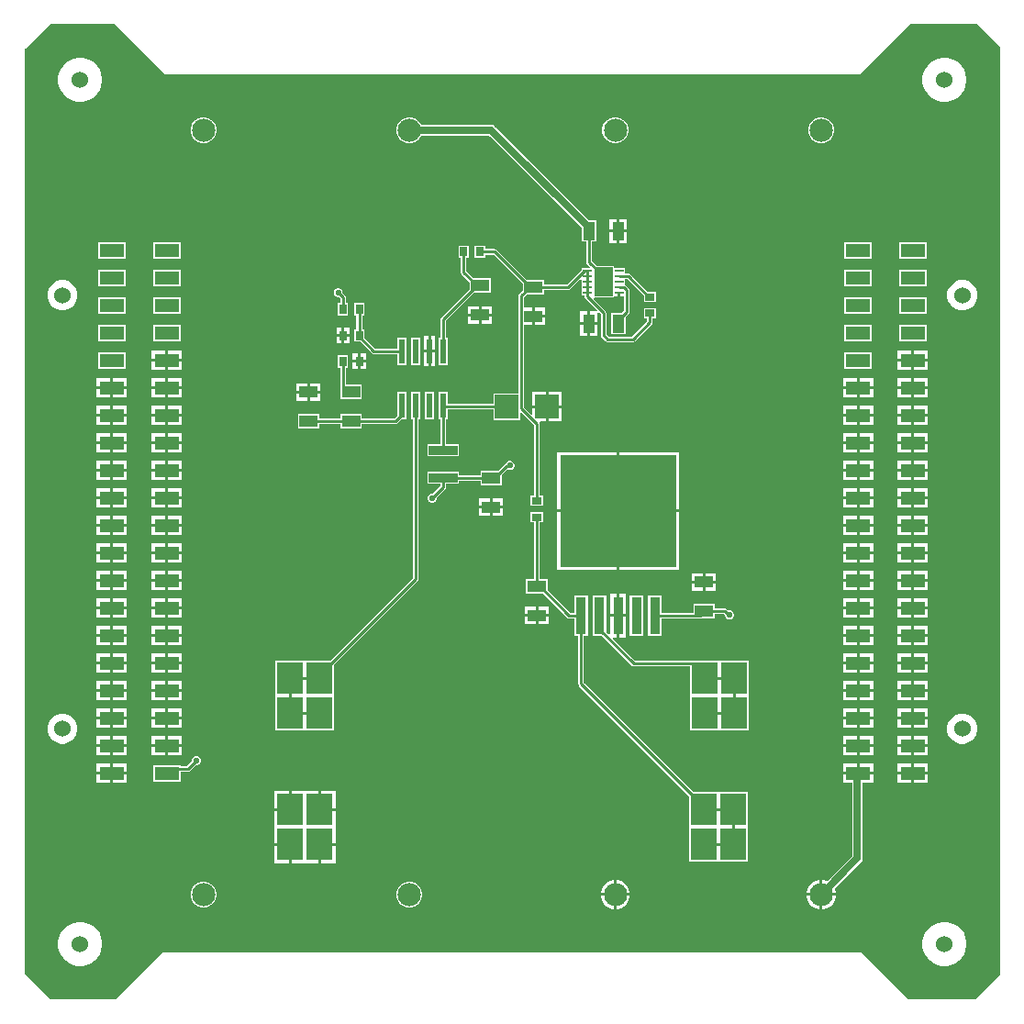
<source format=gbl>
G04*
G04 #@! TF.GenerationSoftware,Altium Limited,Altium Designer,22.9.1 (49)*
G04*
G04 Layer_Physical_Order=2*
G04 Layer_Color=16711680*
%FSLAX25Y25*%
%MOIN*%
G70*
G04*
G04 #@! TF.SameCoordinates,80F2EAEC-CDE7-43A4-84F7-7BEF4F4580BA*
G04*
G04*
G04 #@! TF.FilePolarity,Positive*
G04*
G01*
G75*
%ADD12C,0.01000*%
%ADD19R,0.02756X0.03543*%
%ADD21C,0.02800*%
%ADD22C,0.08445*%
%ADD23C,0.06000*%
%ADD24C,0.02300*%
%ADD25R,0.06693X0.04331*%
%ADD26R,0.09016X0.05000*%
%ADD27R,0.09646X0.11614*%
%ADD28R,0.02100X0.09000*%
%ADD29R,0.03543X0.02756*%
%ADD30R,0.04331X0.06693*%
%ADD31R,0.10600X0.03350*%
%ADD32R,0.08584X0.08701*%
%ADD33R,0.03200X0.01000*%
%ADD34R,0.42200X0.40800*%
%ADD35R,0.03800X0.13800*%
%ADD36R,0.06900X0.10630*%
G36*
X24590Y-8280D02*
Y-345359D01*
X15612Y-354338D01*
X-8601D01*
X-25801Y-337138D01*
X-279401D01*
Y-337138D01*
X-296601Y-354338D01*
X-296601Y-354337D01*
X-320333D01*
X-329853Y-344817D01*
X-329806Y-344770D01*
Y-9030D01*
X-329362D01*
X-320322Y11D01*
X-320311Y-0D01*
X-296938D01*
X-278601Y-18337D01*
X-26520D01*
X-8165Y17D01*
X16292D01*
X24590Y-8280D01*
D02*
G37*
%LPC*%
G36*
X5173Y-12200D02*
X3597D01*
X2051Y-12507D01*
X595Y-13111D01*
X-715Y-13986D01*
X-1829Y-15100D01*
X-2705Y-16411D01*
X-3308Y-17867D01*
X-3615Y-19412D01*
Y-20988D01*
X-3308Y-22534D01*
X-2705Y-23990D01*
X-1829Y-25300D01*
X-715Y-26414D01*
X595Y-27290D01*
X2051Y-27893D01*
X3597Y-28200D01*
X5173D01*
X6718Y-27893D01*
X8174Y-27290D01*
X9485Y-26414D01*
X10599Y-25300D01*
X11474Y-23990D01*
X12077Y-22534D01*
X12385Y-20988D01*
Y-19412D01*
X12077Y-17867D01*
X11474Y-16411D01*
X10599Y-15100D01*
X9485Y-13986D01*
X8174Y-13111D01*
X6718Y-12507D01*
X5173Y-12200D01*
D02*
G37*
G36*
X-308814D02*
X-310390D01*
X-311936Y-12507D01*
X-313392Y-13111D01*
X-314702Y-13986D01*
X-315816Y-15100D01*
X-316692Y-16411D01*
X-317295Y-17867D01*
X-317602Y-19412D01*
Y-20988D01*
X-317295Y-22534D01*
X-316692Y-23990D01*
X-315816Y-25300D01*
X-314702Y-26414D01*
X-313392Y-27290D01*
X-311936Y-27893D01*
X-310390Y-28200D01*
X-308814D01*
X-307269Y-27893D01*
X-305813Y-27290D01*
X-304503Y-26414D01*
X-303388Y-25300D01*
X-302513Y-23990D01*
X-301910Y-22534D01*
X-301602Y-20988D01*
Y-19412D01*
X-301910Y-17867D01*
X-302513Y-16411D01*
X-303388Y-15100D01*
X-304503Y-13986D01*
X-305813Y-13111D01*
X-307269Y-12507D01*
X-308814Y-12200D01*
D02*
G37*
G36*
X-39772Y-33758D02*
X-41016D01*
X-42217Y-34080D01*
X-43293Y-34701D01*
X-44173Y-35581D01*
X-44794Y-36657D01*
X-45116Y-37858D01*
Y-39102D01*
X-44794Y-40303D01*
X-44173Y-41380D01*
X-43293Y-42259D01*
X-42217Y-42881D01*
X-41016Y-43203D01*
X-39772D01*
X-38571Y-42881D01*
X-37494Y-42259D01*
X-36615Y-41380D01*
X-35993Y-40303D01*
X-35671Y-39102D01*
Y-37858D01*
X-35993Y-36657D01*
X-36615Y-35581D01*
X-37494Y-34701D01*
X-38571Y-34080D01*
X-39772Y-33758D01*
D02*
G37*
G36*
X-114575D02*
X-115819D01*
X-117020Y-34080D01*
X-118097Y-34701D01*
X-118976Y-35581D01*
X-119598Y-36657D01*
X-119919Y-37858D01*
Y-39102D01*
X-119598Y-40303D01*
X-118976Y-41380D01*
X-118097Y-42259D01*
X-117020Y-42881D01*
X-115819Y-43203D01*
X-114575D01*
X-113374Y-42881D01*
X-112297Y-42259D01*
X-111418Y-41380D01*
X-110796Y-40303D01*
X-110475Y-39102D01*
Y-37858D01*
X-110796Y-36657D01*
X-111418Y-35581D01*
X-112297Y-34701D01*
X-113374Y-34080D01*
X-114575Y-33758D01*
D02*
G37*
G36*
X-264182D02*
X-265425D01*
X-266626Y-34080D01*
X-267703Y-34701D01*
X-268582Y-35581D01*
X-269204Y-36657D01*
X-269526Y-37858D01*
Y-39102D01*
X-269204Y-40303D01*
X-268582Y-41380D01*
X-267703Y-42259D01*
X-266626Y-42881D01*
X-265425Y-43203D01*
X-264182D01*
X-262981Y-42881D01*
X-261904Y-42259D01*
X-261024Y-41380D01*
X-260403Y-40303D01*
X-260081Y-39102D01*
Y-37858D01*
X-260403Y-36657D01*
X-261024Y-35581D01*
X-261904Y-34701D01*
X-262981Y-34080D01*
X-264182Y-33758D01*
D02*
G37*
G36*
X-111049Y-70732D02*
X-113714D01*
Y-74578D01*
X-111049D01*
Y-70732D01*
D02*
G37*
G36*
X-114714D02*
X-117380D01*
Y-74578D01*
X-114714D01*
Y-70732D01*
D02*
G37*
G36*
X-111049Y-75578D02*
X-113714D01*
Y-79425D01*
X-111049D01*
Y-75578D01*
D02*
G37*
G36*
X-114714D02*
X-117380D01*
Y-79425D01*
X-114714D01*
Y-75578D01*
D02*
G37*
G36*
X-2147Y-79170D02*
X-12163D01*
Y-85170D01*
X-2147D01*
Y-79170D01*
D02*
G37*
G36*
X-22029D02*
X-32045D01*
Y-85170D01*
X-22029D01*
Y-79170D01*
D02*
G37*
G36*
X-273174D02*
X-283189D01*
Y-85170D01*
X-273174D01*
Y-79170D01*
D02*
G37*
G36*
X-293056D02*
X-303071D01*
Y-85170D01*
X-293056D01*
Y-79170D01*
D02*
G37*
G36*
X-189378Y-33758D02*
X-190622D01*
X-191823Y-34080D01*
X-192900Y-34701D01*
X-193779Y-35581D01*
X-194401Y-36657D01*
X-194723Y-37858D01*
Y-39102D01*
X-194401Y-40303D01*
X-193779Y-41380D01*
X-192900Y-42259D01*
X-191823Y-42881D01*
X-190622Y-43203D01*
X-189378D01*
X-188177Y-42881D01*
X-187101Y-42259D01*
X-186221Y-41380D01*
X-185666Y-40417D01*
X-161064D01*
X-127510Y-73971D01*
Y-78925D01*
X-125864D01*
Y-86367D01*
X-125786Y-86757D01*
X-125565Y-87088D01*
X-124506Y-88147D01*
X-124697Y-88609D01*
X-125231D01*
X-125329Y-88589D01*
X-126429D01*
X-126528Y-88609D01*
X-127429D01*
Y-89167D01*
X-132758Y-94496D01*
X-141155D01*
Y-92850D01*
X-147405D01*
X-158277Y-81978D01*
X-158608Y-81757D01*
X-158998Y-81680D01*
X-162470D01*
Y-80428D01*
X-166226D01*
Y-84971D01*
X-162470D01*
Y-83719D01*
X-159420D01*
X-148847Y-94292D01*
Y-96739D01*
X-150068Y-97960D01*
X-150289Y-98291D01*
X-150367Y-98681D01*
Y-134069D01*
X-159385D01*
Y-137900D01*
X-176151D01*
Y-133526D01*
X-179251D01*
Y-143526D01*
X-178720D01*
Y-152612D01*
X-183501D01*
Y-156962D01*
X-171901D01*
Y-152612D01*
X-176681D01*
Y-143526D01*
X-176151D01*
Y-139939D01*
X-159385D01*
Y-143770D01*
X-149801D01*
Y-141240D01*
X-149339Y-141048D01*
X-144720Y-145667D01*
Y-171259D01*
X-145973D01*
Y-175015D01*
X-141429D01*
Y-171259D01*
X-142681D01*
Y-145245D01*
X-142759Y-144854D01*
X-142815Y-144770D01*
X-142548Y-144270D01*
X-140469D01*
Y-139419D01*
X-145262D01*
Y-141589D01*
X-145723Y-141780D01*
X-148281Y-139222D01*
Y-134155D01*
X-148328Y-133921D01*
Y-109311D01*
X-145501D01*
Y-106145D01*
Y-102980D01*
X-148328D01*
Y-99103D01*
X-147405Y-98181D01*
X-141155D01*
Y-96535D01*
X-132336D01*
X-131946Y-96457D01*
X-131615Y-96236D01*
X-127910Y-92532D01*
X-127429Y-92758D01*
Y-94547D01*
Y-98485D01*
X-126349D01*
Y-98967D01*
X-126271Y-99358D01*
X-126050Y-99688D01*
X-121881Y-103858D01*
X-122088Y-104358D01*
X-124344D01*
Y-108204D01*
X-121679D01*
Y-104767D01*
X-121179Y-104560D01*
X-120549Y-105190D01*
Y-112903D01*
X-120471Y-113293D01*
X-120250Y-113624D01*
X-118737Y-115137D01*
X-118406Y-115358D01*
X-118016Y-115436D01*
X-108680D01*
X-108290Y-115358D01*
X-107959Y-115137D01*
X-101880Y-109058D01*
X-101659Y-108728D01*
X-101581Y-108337D01*
Y-106842D01*
X-100329D01*
Y-103086D01*
X-104873D01*
Y-106842D01*
X-103621D01*
Y-107915D01*
X-109102Y-113397D01*
X-117593D01*
X-118510Y-112480D01*
Y-104767D01*
X-118587Y-104377D01*
X-118808Y-104046D01*
X-122993Y-99862D01*
X-122786Y-99362D01*
X-115579D01*
Y-98985D01*
X-114229D01*
Y-97485D01*
X-113229D01*
Y-98985D01*
X-112149D01*
Y-104016D01*
X-112991Y-104858D01*
X-116880D01*
Y-112551D01*
X-111549D01*
Y-106300D01*
X-110408Y-105159D01*
X-110187Y-104828D01*
X-110110Y-104438D01*
Y-96571D01*
X-110187Y-96180D01*
X-110408Y-95850D01*
X-111463Y-94795D01*
X-111629Y-94684D01*
Y-92598D01*
X-110898D01*
X-104873Y-98623D01*
Y-100937D01*
X-100329D01*
Y-97181D01*
X-103431D01*
X-109755Y-90857D01*
X-110085Y-90636D01*
X-110475Y-90558D01*
X-111629D01*
Y-88609D01*
X-115579D01*
Y-87732D01*
X-122037D01*
X-123825Y-85945D01*
Y-78925D01*
X-122179D01*
Y-71232D01*
X-124770D01*
X-158891Y-37110D01*
X-159520Y-36690D01*
X-160261Y-36543D01*
X-185666D01*
X-186221Y-35581D01*
X-187101Y-34701D01*
X-188177Y-34080D01*
X-189378Y-33758D01*
D02*
G37*
G36*
X-2147Y-89170D02*
X-12163D01*
Y-95170D01*
X-2147D01*
Y-89170D01*
D02*
G37*
G36*
X-22029D02*
X-32045D01*
Y-95170D01*
X-22029D01*
Y-89170D01*
D02*
G37*
G36*
X-273174D02*
X-283189D01*
Y-95170D01*
X-273174D01*
Y-89170D01*
D02*
G37*
G36*
X-293056D02*
X-303071D01*
Y-95170D01*
X-293056D01*
Y-89170D01*
D02*
G37*
G36*
X11541Y-92950D02*
X10106D01*
X8720Y-93322D01*
X7477Y-94039D01*
X6462Y-95054D01*
X5745Y-96297D01*
X5373Y-97683D01*
Y-99118D01*
X5745Y-100504D01*
X6462Y-101746D01*
X7477Y-102761D01*
X8720Y-103479D01*
X10106Y-103850D01*
X11541D01*
X12927Y-103479D01*
X14170Y-102761D01*
X15184Y-101746D01*
X15902Y-100504D01*
X16273Y-99118D01*
Y-97683D01*
X15902Y-96297D01*
X15184Y-95054D01*
X14170Y-94039D01*
X12927Y-93322D01*
X11541Y-92950D01*
D02*
G37*
G36*
X-315323D02*
X-316758D01*
X-318144Y-93322D01*
X-319387Y-94039D01*
X-320402Y-95054D01*
X-321119Y-96297D01*
X-321491Y-97683D01*
Y-99118D01*
X-321119Y-100504D01*
X-320402Y-101746D01*
X-319387Y-102761D01*
X-318144Y-103479D01*
X-316758Y-103850D01*
X-315323D01*
X-313937Y-103479D01*
X-312695Y-102761D01*
X-311680Y-101746D01*
X-310962Y-100504D01*
X-310591Y-99118D01*
Y-97683D01*
X-310962Y-96297D01*
X-311680Y-95054D01*
X-312695Y-94039D01*
X-313937Y-93322D01*
X-315323Y-92950D01*
D02*
G37*
G36*
X-160002Y-102389D02*
X-163848D01*
Y-105055D01*
X-160002D01*
Y-102389D01*
D02*
G37*
G36*
X-164848D02*
X-168695D01*
Y-105055D01*
X-164848D01*
Y-102389D01*
D02*
G37*
G36*
X-2147Y-99170D02*
X-12163D01*
Y-105170D01*
X-2147D01*
Y-99170D01*
D02*
G37*
G36*
X-22029D02*
X-32045D01*
Y-105170D01*
X-22029D01*
Y-99170D01*
D02*
G37*
G36*
X-273174D02*
X-283189D01*
Y-105170D01*
X-273174D01*
Y-99170D01*
D02*
G37*
G36*
X-293056D02*
X-303071D01*
Y-105170D01*
X-293056D01*
Y-99170D01*
D02*
G37*
G36*
X-140655Y-102980D02*
X-144501D01*
Y-105645D01*
X-140655D01*
Y-102980D01*
D02*
G37*
G36*
X-215551Y-95835D02*
X-216208D01*
X-216814Y-96086D01*
X-217279Y-96550D01*
X-217530Y-97157D01*
Y-97813D01*
X-217279Y-98420D01*
X-216814Y-98884D01*
X-216208Y-99135D01*
X-215672D01*
X-215128Y-99679D01*
Y-101315D01*
X-215986D01*
Y-105858D01*
X-212230D01*
Y-101315D01*
X-213088D01*
Y-99257D01*
X-213166Y-98866D01*
X-213387Y-98536D01*
X-214230Y-97693D01*
Y-97157D01*
X-214481Y-96550D01*
X-214945Y-96086D01*
X-215551Y-95835D01*
D02*
G37*
G36*
X-125344Y-104358D02*
X-128010D01*
Y-108204D01*
X-125344D01*
Y-104358D01*
D02*
G37*
G36*
X-160002Y-106055D02*
X-163848D01*
Y-108720D01*
X-160002D01*
Y-106055D01*
D02*
G37*
G36*
X-164848D02*
X-168695D01*
Y-108720D01*
X-164848D01*
Y-106055D01*
D02*
G37*
G36*
X-140655Y-106645D02*
X-144501D01*
Y-109311D01*
X-140655D01*
Y-106645D01*
D02*
G37*
G36*
X-211730Y-110267D02*
X-213608D01*
Y-112538D01*
X-211730D01*
Y-110267D01*
D02*
G37*
G36*
X-214608D02*
X-216486D01*
Y-112538D01*
X-214608D01*
Y-110267D01*
D02*
G37*
G36*
X-121679Y-109204D02*
X-124344D01*
Y-113051D01*
X-121679D01*
Y-109204D01*
D02*
G37*
G36*
X-125344D02*
X-128010D01*
Y-113051D01*
X-125344D01*
Y-109204D01*
D02*
G37*
G36*
X-2147Y-109170D02*
X-12163D01*
Y-115170D01*
X-2147D01*
Y-109170D01*
D02*
G37*
G36*
X-22029D02*
X-32045D01*
Y-115170D01*
X-22029D01*
Y-109170D01*
D02*
G37*
G36*
X-273174D02*
X-283189D01*
Y-115170D01*
X-273174D01*
Y-109170D01*
D02*
G37*
G36*
X-293056D02*
X-303071D01*
Y-115170D01*
X-293056D01*
Y-109170D01*
D02*
G37*
G36*
X-211730Y-113538D02*
X-213608D01*
Y-115810D01*
X-211730D01*
Y-113538D01*
D02*
G37*
G36*
X-214608D02*
X-216486D01*
Y-115810D01*
X-214608D01*
Y-113538D01*
D02*
G37*
G36*
X-180651Y-113226D02*
X-182201D01*
Y-118226D01*
X-180651D01*
Y-113226D01*
D02*
G37*
G36*
X-183201D02*
X-184751D01*
Y-118226D01*
X-183201D01*
Y-113226D01*
D02*
G37*
G36*
X-1647Y-118670D02*
X-6655D01*
Y-121670D01*
X-1647D01*
Y-118670D01*
D02*
G37*
G36*
X-7655D02*
X-12663D01*
Y-121670D01*
X-7655D01*
Y-118670D01*
D02*
G37*
G36*
X-272674D02*
X-277681D01*
Y-121670D01*
X-272674D01*
Y-118670D01*
D02*
G37*
G36*
X-278681D02*
X-283689D01*
Y-121670D01*
X-278681D01*
Y-118670D01*
D02*
G37*
G36*
X-205824Y-119666D02*
X-207702D01*
Y-121937D01*
X-205824D01*
Y-119666D01*
D02*
G37*
G36*
X-208702D02*
X-210580D01*
Y-121937D01*
X-208702D01*
Y-119666D01*
D02*
G37*
G36*
X-168376Y-80428D02*
X-172132D01*
Y-84971D01*
X-171273D01*
Y-90200D01*
X-171196Y-90591D01*
X-170975Y-90921D01*
X-168195Y-93701D01*
Y-96148D01*
X-178422Y-106376D01*
X-178643Y-106706D01*
X-178720Y-107097D01*
Y-113726D01*
X-179251D01*
Y-123726D01*
X-176151D01*
Y-113726D01*
X-176681D01*
Y-107519D01*
X-166753Y-97590D01*
X-160502D01*
Y-92260D01*
X-166753D01*
X-169234Y-89778D01*
Y-84971D01*
X-168376D01*
Y-80428D01*
D02*
G37*
G36*
X-186151Y-113726D02*
X-189251D01*
Y-123726D01*
X-186151D01*
Y-113726D01*
D02*
G37*
G36*
X-206325Y-101315D02*
X-210080D01*
Y-105858D01*
X-209222D01*
Y-110767D01*
X-210080D01*
Y-115310D01*
X-207766D01*
X-203630Y-119447D01*
X-203299Y-119667D01*
X-202909Y-119745D01*
X-194251D01*
Y-123726D01*
X-191151D01*
Y-113726D01*
X-194251D01*
Y-117706D01*
X-202487D01*
X-206325Y-113868D01*
Y-110767D01*
X-207183D01*
Y-105858D01*
X-206325D01*
Y-101315D01*
D02*
G37*
G36*
X-180651Y-119226D02*
X-182201D01*
Y-124226D01*
X-180651D01*
Y-119226D01*
D02*
G37*
G36*
X-183201D02*
X-184751D01*
Y-124226D01*
X-183201D01*
Y-119226D01*
D02*
G37*
G36*
X-22029Y-119170D02*
X-32045D01*
Y-125170D01*
X-22029D01*
Y-119170D01*
D02*
G37*
G36*
X-293056D02*
X-303071D01*
Y-125170D01*
X-293056D01*
Y-119170D01*
D02*
G37*
G36*
X-205824Y-122937D02*
X-207702D01*
Y-125209D01*
X-205824D01*
Y-122937D01*
D02*
G37*
G36*
X-208702D02*
X-210580D01*
Y-125209D01*
X-208702D01*
Y-122937D01*
D02*
G37*
G36*
X-1647Y-122670D02*
X-6655D01*
Y-125670D01*
X-1647D01*
Y-122670D01*
D02*
G37*
G36*
X-7655D02*
X-12663D01*
Y-125670D01*
X-7655D01*
Y-122670D01*
D02*
G37*
G36*
X-272674Y-122670D02*
X-277681D01*
Y-125670D01*
X-272674D01*
Y-122670D01*
D02*
G37*
G36*
X-278681D02*
X-283689D01*
Y-125670D01*
X-278681D01*
Y-122670D01*
D02*
G37*
G36*
X-292555Y-128670D02*
X-297563D01*
Y-131670D01*
X-292555D01*
Y-128670D01*
D02*
G37*
G36*
X-298563D02*
X-303571D01*
Y-131670D01*
X-298563D01*
Y-128670D01*
D02*
G37*
G36*
X-1647D02*
X-6655D01*
Y-131670D01*
X-1647D01*
Y-128670D01*
D02*
G37*
G36*
X-7655D02*
X-12663D01*
Y-131670D01*
X-7655D01*
Y-128670D01*
D02*
G37*
G36*
X-272674D02*
X-277681D01*
Y-131670D01*
X-272674D01*
Y-128670D01*
D02*
G37*
G36*
X-278681D02*
X-283689D01*
Y-131670D01*
X-278681D01*
Y-128670D01*
D02*
G37*
G36*
X-21529D02*
X-26537D01*
Y-131670D01*
X-21529D01*
Y-128670D01*
D02*
G37*
G36*
X-27537D02*
X-32545D01*
Y-131670D01*
X-27537D01*
Y-128670D01*
D02*
G37*
G36*
X-222355Y-130439D02*
X-226201D01*
Y-133104D01*
X-222355D01*
Y-130439D01*
D02*
G37*
G36*
X-227201D02*
X-231047D01*
Y-133104D01*
X-227201D01*
Y-130439D01*
D02*
G37*
G36*
X-1647Y-132670D02*
X-6655D01*
Y-135670D01*
X-1647D01*
Y-132670D01*
D02*
G37*
G36*
X-7655D02*
X-12663D01*
Y-135670D01*
X-7655D01*
Y-132670D01*
D02*
G37*
G36*
X-21529Y-132670D02*
X-26537D01*
Y-135670D01*
X-21529D01*
Y-132670D01*
D02*
G37*
G36*
X-27537D02*
X-32545D01*
Y-135670D01*
X-27537D01*
Y-132670D01*
D02*
G37*
G36*
X-272674Y-132670D02*
X-277681D01*
Y-135670D01*
X-272674D01*
Y-132670D01*
D02*
G37*
G36*
X-278681D02*
X-283689D01*
Y-135670D01*
X-278681D01*
Y-132670D01*
D02*
G37*
G36*
X-292555Y-132670D02*
X-297563D01*
Y-135670D01*
X-292555D01*
Y-132670D01*
D02*
G37*
G36*
X-298563D02*
X-303571D01*
Y-135670D01*
X-298563D01*
Y-132670D01*
D02*
G37*
G36*
X-212230Y-120166D02*
X-215986D01*
Y-124709D01*
X-215128D01*
Y-131833D01*
X-215050Y-132223D01*
X-215002Y-132295D01*
Y-136270D01*
X-207309D01*
Y-130939D01*
X-213088D01*
Y-124709D01*
X-212230D01*
Y-120166D01*
D02*
G37*
G36*
X-222355Y-134104D02*
X-226201D01*
Y-136770D01*
X-222355D01*
Y-134104D01*
D02*
G37*
G36*
X-227201D02*
X-231047D01*
Y-136770D01*
X-227201D01*
Y-134104D01*
D02*
G37*
G36*
X-134677Y-133569D02*
X-139469D01*
Y-138419D01*
X-134677D01*
Y-133569D01*
D02*
G37*
G36*
X-140469D02*
X-145262D01*
Y-138419D01*
X-140469D01*
Y-133569D01*
D02*
G37*
G36*
X-292555Y-138670D02*
X-297563D01*
Y-141670D01*
X-292555D01*
Y-138670D01*
D02*
G37*
G36*
X-298563D02*
X-303571D01*
Y-141670D01*
X-298563D01*
Y-138670D01*
D02*
G37*
G36*
X-1647D02*
X-6655D01*
Y-141670D01*
X-1647D01*
Y-138670D01*
D02*
G37*
G36*
X-7655D02*
X-12663D01*
Y-141670D01*
X-7655D01*
Y-138670D01*
D02*
G37*
G36*
X-272674D02*
X-277681D01*
Y-141670D01*
X-272674D01*
Y-138670D01*
D02*
G37*
G36*
X-278681D02*
X-283689D01*
Y-141670D01*
X-278681D01*
Y-138670D01*
D02*
G37*
G36*
X-21529D02*
X-26537D01*
Y-141670D01*
X-21529D01*
Y-138670D01*
D02*
G37*
G36*
X-27537D02*
X-32545D01*
Y-141670D01*
X-27537D01*
Y-138670D01*
D02*
G37*
G36*
X-191151Y-133526D02*
X-194251D01*
Y-142084D01*
X-195382Y-143215D01*
X-207309D01*
Y-141569D01*
X-215002D01*
Y-143215D01*
X-222854D01*
Y-141569D01*
X-230547D01*
Y-146900D01*
X-222854D01*
Y-145254D01*
X-215002D01*
Y-146900D01*
X-207309D01*
Y-145254D01*
X-194960D01*
X-194569Y-145176D01*
X-194239Y-144955D01*
X-192809Y-143526D01*
X-191151D01*
Y-133526D01*
D02*
G37*
G36*
X-181151D02*
X-184251D01*
Y-143526D01*
X-181151D01*
Y-133526D01*
D02*
G37*
G36*
X-134677Y-139419D02*
X-139469D01*
Y-144270D01*
X-134677D01*
Y-139419D01*
D02*
G37*
G36*
X-1647Y-142670D02*
X-6655D01*
Y-145670D01*
X-1647D01*
Y-142670D01*
D02*
G37*
G36*
X-7655D02*
X-12663D01*
Y-145670D01*
X-7655D01*
Y-142670D01*
D02*
G37*
G36*
X-21529Y-142670D02*
X-26537D01*
Y-145670D01*
X-21529D01*
Y-142670D01*
D02*
G37*
G36*
X-27537D02*
X-32545D01*
Y-145670D01*
X-27537D01*
Y-142670D01*
D02*
G37*
G36*
X-272674Y-142670D02*
X-277681D01*
Y-145670D01*
X-272674D01*
Y-142670D01*
D02*
G37*
G36*
X-278681D02*
X-283689D01*
Y-145670D01*
X-278681D01*
Y-142670D01*
D02*
G37*
G36*
X-292555Y-142670D02*
X-297563D01*
Y-145670D01*
X-292555D01*
Y-142670D01*
D02*
G37*
G36*
X-298563D02*
X-303571D01*
Y-145670D01*
X-298563D01*
Y-142670D01*
D02*
G37*
G36*
X-292555Y-148670D02*
X-297563D01*
Y-151670D01*
X-292555D01*
Y-148670D01*
D02*
G37*
G36*
X-298563D02*
X-303571D01*
Y-151670D01*
X-298563D01*
Y-148670D01*
D02*
G37*
G36*
X-1647D02*
X-6655D01*
Y-151670D01*
X-1647D01*
Y-148670D01*
D02*
G37*
G36*
X-7655D02*
X-12663D01*
Y-151670D01*
X-7655D01*
Y-148670D01*
D02*
G37*
G36*
X-272674D02*
X-277681D01*
Y-151670D01*
X-272674D01*
Y-148670D01*
D02*
G37*
G36*
X-278681D02*
X-283689D01*
Y-151670D01*
X-278681D01*
Y-148670D01*
D02*
G37*
G36*
X-21529D02*
X-26537D01*
Y-151670D01*
X-21529D01*
Y-148670D01*
D02*
G37*
G36*
X-27537D02*
X-32545D01*
Y-151670D01*
X-27537D01*
Y-148670D01*
D02*
G37*
G36*
X-1647Y-152670D02*
X-6655D01*
Y-155670D01*
X-1647D01*
Y-152670D01*
D02*
G37*
G36*
X-7655D02*
X-12663D01*
Y-155670D01*
X-7655D01*
Y-152670D01*
D02*
G37*
G36*
X-21529Y-152670D02*
X-26537D01*
Y-155670D01*
X-21529D01*
Y-152670D01*
D02*
G37*
G36*
X-27537D02*
X-32545D01*
Y-155670D01*
X-27537D01*
Y-152670D01*
D02*
G37*
G36*
X-272674Y-152670D02*
X-277681D01*
Y-155670D01*
X-272674D01*
Y-152670D01*
D02*
G37*
G36*
X-278681D02*
X-283689D01*
Y-155670D01*
X-278681D01*
Y-152670D01*
D02*
G37*
G36*
X-292555Y-152670D02*
X-297563D01*
Y-155670D01*
X-292555D01*
Y-152670D01*
D02*
G37*
G36*
X-298563D02*
X-303571D01*
Y-155670D01*
X-298563D01*
Y-152670D01*
D02*
G37*
G36*
X-292555Y-158670D02*
X-297563D01*
Y-161670D01*
X-292555D01*
Y-158670D01*
D02*
G37*
G36*
X-298563D02*
X-303571D01*
Y-161670D01*
X-298563D01*
Y-158670D01*
D02*
G37*
G36*
X-1647D02*
X-6655D01*
Y-161670D01*
X-1647D01*
Y-158670D01*
D02*
G37*
G36*
X-7655D02*
X-12663D01*
Y-161670D01*
X-7655D01*
Y-158670D01*
D02*
G37*
G36*
X-272674D02*
X-277681D01*
Y-161670D01*
X-272674D01*
Y-158670D01*
D02*
G37*
G36*
X-278681D02*
X-283689D01*
Y-161670D01*
X-278681D01*
Y-158670D01*
D02*
G37*
G36*
X-21529D02*
X-26537D01*
Y-161670D01*
X-21529D01*
Y-158670D01*
D02*
G37*
G36*
X-27537D02*
X-32545D01*
Y-161670D01*
X-27537D01*
Y-158670D01*
D02*
G37*
G36*
X-153173Y-158687D02*
X-153829D01*
X-154436Y-158939D01*
X-154900Y-159403D01*
X-154957Y-159541D01*
X-155186Y-159587D01*
X-155516Y-159808D01*
X-157881Y-162172D01*
X-164132D01*
Y-163818D01*
X-171901D01*
Y-162662D01*
X-183501D01*
Y-167012D01*
X-178720D01*
Y-167648D01*
X-181543Y-170471D01*
X-182079D01*
X-182686Y-170722D01*
X-183150Y-171186D01*
X-183401Y-171793D01*
Y-172449D01*
X-183150Y-173056D01*
X-182686Y-173520D01*
X-182079Y-173771D01*
X-181423D01*
X-180816Y-173520D01*
X-180352Y-173056D01*
X-180101Y-172449D01*
Y-171913D01*
X-176980Y-168792D01*
X-176759Y-168461D01*
X-176681Y-168071D01*
Y-167012D01*
X-171901D01*
Y-165857D01*
X-164132D01*
Y-167503D01*
X-156439D01*
Y-163614D01*
X-154498Y-161673D01*
X-154436Y-161736D01*
X-153829Y-161987D01*
X-153173D01*
X-152566Y-161736D01*
X-152102Y-161272D01*
X-151851Y-160666D01*
Y-160009D01*
X-152102Y-159403D01*
X-152566Y-158939D01*
X-153173Y-158687D01*
D02*
G37*
G36*
X-1647Y-162670D02*
X-6655D01*
Y-165670D01*
X-1647D01*
Y-162670D01*
D02*
G37*
G36*
X-7655D02*
X-12663D01*
Y-165670D01*
X-7655D01*
Y-162670D01*
D02*
G37*
G36*
X-21529Y-162670D02*
X-26537D01*
Y-165670D01*
X-21529D01*
Y-162670D01*
D02*
G37*
G36*
X-27537D02*
X-32545D01*
Y-165670D01*
X-27537D01*
Y-162670D01*
D02*
G37*
G36*
X-272674Y-162670D02*
X-277681D01*
Y-165670D01*
X-272674D01*
Y-162670D01*
D02*
G37*
G36*
X-278681D02*
X-283689D01*
Y-165670D01*
X-278681D01*
Y-162670D01*
D02*
G37*
G36*
X-292555Y-162670D02*
X-297563D01*
Y-165670D01*
X-292555D01*
Y-162670D01*
D02*
G37*
G36*
X-298563D02*
X-303571D01*
Y-165670D01*
X-298563D01*
Y-162670D01*
D02*
G37*
G36*
X-292555Y-168670D02*
X-297563D01*
Y-171670D01*
X-292555D01*
Y-168670D01*
D02*
G37*
G36*
X-298563D02*
X-303571D01*
Y-171670D01*
X-298563D01*
Y-168670D01*
D02*
G37*
G36*
X-1647D02*
X-6655D01*
Y-171670D01*
X-1647D01*
Y-168670D01*
D02*
G37*
G36*
X-7655D02*
X-12663D01*
Y-171670D01*
X-7655D01*
Y-168670D01*
D02*
G37*
G36*
X-272674D02*
X-277681D01*
Y-171670D01*
X-272674D01*
Y-168670D01*
D02*
G37*
G36*
X-278681D02*
X-283689D01*
Y-171670D01*
X-278681D01*
Y-168670D01*
D02*
G37*
G36*
X-21529D02*
X-26537D01*
Y-171670D01*
X-21529D01*
Y-168670D01*
D02*
G37*
G36*
X-27537D02*
X-32545D01*
Y-171670D01*
X-27537D01*
Y-168670D01*
D02*
G37*
G36*
X-155939Y-172302D02*
X-159785D01*
Y-174967D01*
X-155939D01*
Y-172302D01*
D02*
G37*
G36*
X-160785D02*
X-164632D01*
Y-174967D01*
X-160785D01*
Y-172302D01*
D02*
G37*
G36*
X-1647Y-172670D02*
X-6655D01*
Y-175670D01*
X-1647D01*
Y-172670D01*
D02*
G37*
G36*
X-7655D02*
X-12663D01*
Y-175670D01*
X-7655D01*
Y-172670D01*
D02*
G37*
G36*
X-21529Y-172670D02*
X-26537D01*
Y-175670D01*
X-21529D01*
Y-172670D01*
D02*
G37*
G36*
X-27537D02*
X-32545D01*
Y-175670D01*
X-27537D01*
Y-172670D01*
D02*
G37*
G36*
X-272674Y-172670D02*
X-277681D01*
Y-175670D01*
X-272674D01*
Y-172670D01*
D02*
G37*
G36*
X-278681D02*
X-283689D01*
Y-175670D01*
X-278681D01*
Y-172670D01*
D02*
G37*
G36*
X-292555Y-172670D02*
X-297563D01*
Y-175670D01*
X-292555D01*
Y-172670D01*
D02*
G37*
G36*
X-298563D02*
X-303571D01*
Y-175670D01*
X-298563D01*
Y-172670D01*
D02*
G37*
G36*
X-92114Y-155445D02*
X-113714D01*
Y-176345D01*
X-92114D01*
Y-155445D01*
D02*
G37*
G36*
X-114714D02*
X-136314D01*
Y-176345D01*
X-114714D01*
Y-155445D01*
D02*
G37*
G36*
X-155939Y-175967D02*
X-159785D01*
Y-178633D01*
X-155939D01*
Y-175967D01*
D02*
G37*
G36*
X-160785D02*
X-164632D01*
Y-178633D01*
X-160785D01*
Y-175967D01*
D02*
G37*
G36*
X-292555Y-178670D02*
X-297563D01*
Y-181670D01*
X-292555D01*
Y-178670D01*
D02*
G37*
G36*
X-298563D02*
X-303571D01*
Y-181670D01*
X-298563D01*
Y-178670D01*
D02*
G37*
G36*
X-1647D02*
X-6655D01*
Y-181670D01*
X-1647D01*
Y-178670D01*
D02*
G37*
G36*
X-7655D02*
X-12663D01*
Y-181670D01*
X-7655D01*
Y-178670D01*
D02*
G37*
G36*
X-272674D02*
X-277681D01*
Y-181670D01*
X-272674D01*
Y-178670D01*
D02*
G37*
G36*
X-278681D02*
X-283689D01*
Y-181670D01*
X-278681D01*
Y-178670D01*
D02*
G37*
G36*
X-21529D02*
X-26537D01*
Y-181670D01*
X-21529D01*
Y-178670D01*
D02*
G37*
G36*
X-27537D02*
X-32545D01*
Y-181670D01*
X-27537D01*
Y-178670D01*
D02*
G37*
G36*
X-1647Y-182670D02*
X-6655D01*
Y-185670D01*
X-1647D01*
Y-182670D01*
D02*
G37*
G36*
X-7655D02*
X-12663D01*
Y-185670D01*
X-7655D01*
Y-182670D01*
D02*
G37*
G36*
X-21529Y-182670D02*
X-26537D01*
Y-185670D01*
X-21529D01*
Y-182670D01*
D02*
G37*
G36*
X-27537D02*
X-32545D01*
Y-185670D01*
X-27537D01*
Y-182670D01*
D02*
G37*
G36*
X-272674Y-182670D02*
X-277681D01*
Y-185670D01*
X-272674D01*
Y-182670D01*
D02*
G37*
G36*
X-278681D02*
X-283689D01*
Y-185670D01*
X-278681D01*
Y-182670D01*
D02*
G37*
G36*
X-292555Y-182670D02*
X-297563D01*
Y-185670D01*
X-292555D01*
Y-182670D01*
D02*
G37*
G36*
X-298563D02*
X-303571D01*
Y-185670D01*
X-298563D01*
Y-182670D01*
D02*
G37*
G36*
X-292555Y-188670D02*
X-297563D01*
Y-191670D01*
X-292555D01*
Y-188670D01*
D02*
G37*
G36*
X-298563D02*
X-303571D01*
Y-191670D01*
X-298563D01*
Y-188670D01*
D02*
G37*
G36*
X-1647D02*
X-6655D01*
Y-191670D01*
X-1647D01*
Y-188670D01*
D02*
G37*
G36*
X-7655D02*
X-12663D01*
Y-191670D01*
X-7655D01*
Y-188670D01*
D02*
G37*
G36*
X-272674D02*
X-277681D01*
Y-191670D01*
X-272674D01*
Y-188670D01*
D02*
G37*
G36*
X-278681D02*
X-283689D01*
Y-191670D01*
X-278681D01*
Y-188670D01*
D02*
G37*
G36*
X-21529D02*
X-26537D01*
Y-191670D01*
X-21529D01*
Y-188670D01*
D02*
G37*
G36*
X-27537D02*
X-32545D01*
Y-191670D01*
X-27537D01*
Y-188670D01*
D02*
G37*
G36*
X-1647Y-192670D02*
X-6655D01*
Y-195670D01*
X-1647D01*
Y-192670D01*
D02*
G37*
G36*
X-7655D02*
X-12663D01*
Y-195670D01*
X-7655D01*
Y-192670D01*
D02*
G37*
G36*
X-21529Y-192670D02*
X-26537D01*
Y-195670D01*
X-21529D01*
Y-192670D01*
D02*
G37*
G36*
X-27537D02*
X-32545D01*
Y-195670D01*
X-27537D01*
Y-192670D01*
D02*
G37*
G36*
X-272674Y-192670D02*
X-277681D01*
Y-195670D01*
X-272674D01*
Y-192670D01*
D02*
G37*
G36*
X-278681D02*
X-283689D01*
Y-195670D01*
X-278681D01*
Y-192670D01*
D02*
G37*
G36*
X-292555Y-192670D02*
X-297563D01*
Y-195670D01*
X-292555D01*
Y-192670D01*
D02*
G37*
G36*
X-298563D02*
X-303571D01*
Y-195670D01*
X-298563D01*
Y-192670D01*
D02*
G37*
G36*
X-92114Y-177345D02*
X-113714D01*
Y-198245D01*
X-92114D01*
Y-177345D01*
D02*
G37*
G36*
X-114714D02*
X-136314D01*
Y-198245D01*
X-114714D01*
Y-177345D01*
D02*
G37*
G36*
X-292555Y-198670D02*
X-297563D01*
Y-201670D01*
X-292555D01*
Y-198670D01*
D02*
G37*
G36*
X-298563D02*
X-303571D01*
Y-201670D01*
X-298563D01*
Y-198670D01*
D02*
G37*
G36*
X-1647D02*
X-6655D01*
Y-201670D01*
X-1647D01*
Y-198670D01*
D02*
G37*
G36*
X-7655D02*
X-12663D01*
Y-201670D01*
X-7655D01*
Y-198670D01*
D02*
G37*
G36*
X-272674D02*
X-277681D01*
Y-201670D01*
X-272674D01*
Y-198670D01*
D02*
G37*
G36*
X-278681D02*
X-283689D01*
Y-201670D01*
X-278681D01*
Y-198670D01*
D02*
G37*
G36*
X-21529D02*
X-26537D01*
Y-201670D01*
X-21529D01*
Y-198670D01*
D02*
G37*
G36*
X-27537D02*
X-32545D01*
Y-201670D01*
X-27537D01*
Y-198670D01*
D02*
G37*
G36*
X-78569Y-199472D02*
X-82416D01*
Y-202137D01*
X-78569D01*
Y-199472D01*
D02*
G37*
G36*
X-83416D02*
X-87262D01*
Y-202137D01*
X-83416D01*
Y-199472D01*
D02*
G37*
G36*
X-1647Y-202670D02*
X-6655D01*
Y-205670D01*
X-1647D01*
Y-202670D01*
D02*
G37*
G36*
X-7655D02*
X-12663D01*
Y-205670D01*
X-7655D01*
Y-202670D01*
D02*
G37*
G36*
X-21529Y-202670D02*
X-26537D01*
Y-205670D01*
X-21529D01*
Y-202670D01*
D02*
G37*
G36*
X-27537D02*
X-32545D01*
Y-205670D01*
X-27537D01*
Y-202670D01*
D02*
G37*
G36*
X-272674Y-202670D02*
X-277681D01*
Y-205670D01*
X-272674D01*
Y-202670D01*
D02*
G37*
G36*
X-278681D02*
X-283689D01*
Y-205670D01*
X-278681D01*
Y-202670D01*
D02*
G37*
G36*
X-292555Y-202670D02*
X-297563D01*
Y-205670D01*
X-292555D01*
Y-202670D01*
D02*
G37*
G36*
X-298563D02*
X-303571D01*
Y-205670D01*
X-298563D01*
Y-202670D01*
D02*
G37*
G36*
X-78569Y-203137D02*
X-82416D01*
Y-205803D01*
X-78569D01*
Y-203137D01*
D02*
G37*
G36*
X-83416D02*
X-87262D01*
Y-205803D01*
X-83416D01*
Y-203137D01*
D02*
G37*
G36*
X-292555Y-208670D02*
X-297563D01*
Y-211670D01*
X-292555D01*
Y-208670D01*
D02*
G37*
G36*
X-298563D02*
X-303571D01*
Y-211670D01*
X-298563D01*
Y-208670D01*
D02*
G37*
G36*
X-1647D02*
X-6655D01*
Y-211670D01*
X-1647D01*
Y-208670D01*
D02*
G37*
G36*
X-7655D02*
X-12663D01*
Y-211670D01*
X-7655D01*
Y-208670D01*
D02*
G37*
G36*
X-272674D02*
X-277681D01*
Y-211670D01*
X-272674D01*
Y-208670D01*
D02*
G37*
G36*
X-278681D02*
X-283689D01*
Y-211670D01*
X-278681D01*
Y-208670D01*
D02*
G37*
G36*
X-21529D02*
X-26537D01*
Y-211670D01*
X-21529D01*
Y-208670D01*
D02*
G37*
G36*
X-27537D02*
X-32545D01*
Y-211670D01*
X-27537D01*
Y-208670D01*
D02*
G37*
G36*
X-139359Y-211677D02*
X-143206D01*
Y-214342D01*
X-139359D01*
Y-211677D01*
D02*
G37*
G36*
X-144206D02*
X-148052D01*
Y-214342D01*
X-144206D01*
Y-211677D01*
D02*
G37*
G36*
X-111314Y-206945D02*
X-113714D01*
Y-214345D01*
X-111314D01*
Y-206945D01*
D02*
G37*
G36*
X-114714D02*
X-117114D01*
Y-214345D01*
X-114714D01*
Y-206945D01*
D02*
G37*
G36*
X-1647Y-212670D02*
X-6655D01*
Y-215670D01*
X-1647D01*
Y-212670D01*
D02*
G37*
G36*
X-7655D02*
X-12663D01*
Y-215670D01*
X-7655D01*
Y-212670D01*
D02*
G37*
G36*
X-21529Y-212670D02*
X-26537D01*
Y-215670D01*
X-21529D01*
Y-212670D01*
D02*
G37*
G36*
X-27537D02*
X-32545D01*
Y-215670D01*
X-27537D01*
Y-212670D01*
D02*
G37*
G36*
X-272674Y-212670D02*
X-277681D01*
Y-215670D01*
X-272674D01*
Y-212670D01*
D02*
G37*
G36*
X-278681D02*
X-283689D01*
Y-215670D01*
X-278681D01*
Y-212670D01*
D02*
G37*
G36*
X-292555Y-212670D02*
X-297563D01*
Y-215670D01*
X-292555D01*
Y-212670D01*
D02*
G37*
G36*
X-298563D02*
X-303571D01*
Y-215670D01*
X-298563D01*
Y-212670D01*
D02*
G37*
G36*
X-98428Y-207445D02*
X-103228D01*
Y-222245D01*
X-98428D01*
Y-215865D01*
X-86762D01*
Y-215933D01*
X-79069D01*
Y-214287D01*
X-75872D01*
X-75451Y-214708D01*
Y-214973D01*
X-75200Y-215580D01*
X-74736Y-216044D01*
X-74129Y-216295D01*
X-73473D01*
X-72866Y-216044D01*
X-72402Y-215580D01*
X-72151Y-214973D01*
Y-214317D01*
X-72402Y-213711D01*
X-72866Y-213246D01*
X-73473Y-212995D01*
X-74129D01*
X-74235Y-213039D01*
X-74729Y-212546D01*
X-75059Y-212325D01*
X-75450Y-212248D01*
X-79069D01*
Y-210602D01*
X-86762D01*
Y-213826D01*
X-98428D01*
Y-207445D01*
D02*
G37*
G36*
X-139359Y-215342D02*
X-143206D01*
Y-218007D01*
X-139359D01*
Y-215342D01*
D02*
G37*
G36*
X-144206D02*
X-148052D01*
Y-218007D01*
X-144206D01*
Y-215342D01*
D02*
G37*
G36*
X-292555Y-218670D02*
X-297563D01*
Y-221670D01*
X-292555D01*
Y-218670D01*
D02*
G37*
G36*
X-298563D02*
X-303571D01*
Y-221670D01*
X-298563D01*
Y-218670D01*
D02*
G37*
G36*
X-1647D02*
X-6655D01*
Y-221670D01*
X-1647D01*
Y-218670D01*
D02*
G37*
G36*
X-7655D02*
X-12663D01*
Y-221670D01*
X-7655D01*
Y-218670D01*
D02*
G37*
G36*
X-272674D02*
X-277681D01*
Y-221670D01*
X-272674D01*
Y-218670D01*
D02*
G37*
G36*
X-278681D02*
X-283689D01*
Y-221670D01*
X-278681D01*
Y-218670D01*
D02*
G37*
G36*
X-21529D02*
X-26537D01*
Y-221670D01*
X-21529D01*
Y-218670D01*
D02*
G37*
G36*
X-27537D02*
X-32545D01*
Y-221670D01*
X-27537D01*
Y-218670D01*
D02*
G37*
G36*
X-105121Y-207445D02*
X-109921D01*
Y-222245D01*
X-105121D01*
Y-207445D01*
D02*
G37*
G36*
X-111314Y-215345D02*
X-113714D01*
Y-222745D01*
X-111314D01*
Y-215345D01*
D02*
G37*
G36*
X-1647Y-222670D02*
X-6655D01*
Y-225670D01*
X-1647D01*
Y-222670D01*
D02*
G37*
G36*
X-7655D02*
X-12663D01*
Y-225670D01*
X-7655D01*
Y-222670D01*
D02*
G37*
G36*
X-21529Y-222670D02*
X-26537D01*
Y-225670D01*
X-21529D01*
Y-222670D01*
D02*
G37*
G36*
X-27537D02*
X-32545D01*
Y-225670D01*
X-27537D01*
Y-222670D01*
D02*
G37*
G36*
X-272674Y-222670D02*
X-277681D01*
Y-225670D01*
X-272674D01*
Y-222670D01*
D02*
G37*
G36*
X-278681D02*
X-283689D01*
Y-225670D01*
X-278681D01*
Y-222670D01*
D02*
G37*
G36*
X-292555Y-222670D02*
X-297563D01*
Y-225670D01*
X-292555D01*
Y-222670D01*
D02*
G37*
G36*
X-298563D02*
X-303571D01*
Y-225670D01*
X-298563D01*
Y-222670D01*
D02*
G37*
G36*
X-292555Y-228670D02*
X-297563D01*
Y-231670D01*
X-292555D01*
Y-228670D01*
D02*
G37*
G36*
X-298563D02*
X-303571D01*
Y-231670D01*
X-298563D01*
Y-228670D01*
D02*
G37*
G36*
X-1647D02*
X-6655D01*
Y-231670D01*
X-1647D01*
Y-228670D01*
D02*
G37*
G36*
X-7655D02*
X-12663D01*
Y-231670D01*
X-7655D01*
Y-228670D01*
D02*
G37*
G36*
X-272674D02*
X-277681D01*
Y-231670D01*
X-272674D01*
Y-228670D01*
D02*
G37*
G36*
X-278681D02*
X-283689D01*
Y-231670D01*
X-278681D01*
Y-228670D01*
D02*
G37*
G36*
X-21529D02*
X-26537D01*
Y-231670D01*
X-21529D01*
Y-228670D01*
D02*
G37*
G36*
X-27537D02*
X-32545D01*
Y-231670D01*
X-27537D01*
Y-228670D01*
D02*
G37*
G36*
X-1647Y-232670D02*
X-6655D01*
Y-235670D01*
X-1647D01*
Y-232670D01*
D02*
G37*
G36*
X-7655D02*
X-12663D01*
Y-235670D01*
X-7655D01*
Y-232670D01*
D02*
G37*
G36*
X-21529Y-232670D02*
X-26537D01*
Y-235670D01*
X-21529D01*
Y-232670D01*
D02*
G37*
G36*
X-27537D02*
X-32545D01*
Y-235670D01*
X-27537D01*
Y-232670D01*
D02*
G37*
G36*
X-272674Y-232670D02*
X-277681D01*
Y-235670D01*
X-272674D01*
Y-232670D01*
D02*
G37*
G36*
X-278681D02*
X-283689D01*
Y-235670D01*
X-278681D01*
Y-232670D01*
D02*
G37*
G36*
X-292555Y-232670D02*
X-297563D01*
Y-235670D01*
X-292555D01*
Y-232670D01*
D02*
G37*
G36*
X-298563D02*
X-303571D01*
Y-235670D01*
X-298563D01*
Y-232670D01*
D02*
G37*
G36*
X-292555Y-238670D02*
X-297563D01*
Y-241670D01*
X-292555D01*
Y-238670D01*
D02*
G37*
G36*
X-298563D02*
X-303571D01*
Y-241670D01*
X-298563D01*
Y-238670D01*
D02*
G37*
G36*
X-1647D02*
X-6655D01*
Y-241670D01*
X-1647D01*
Y-238670D01*
D02*
G37*
G36*
X-7655D02*
X-12663D01*
Y-241670D01*
X-7655D01*
Y-238670D01*
D02*
G37*
G36*
X-272674D02*
X-277681D01*
Y-241670D01*
X-272674D01*
Y-238670D01*
D02*
G37*
G36*
X-278681D02*
X-283689D01*
Y-241670D01*
X-278681D01*
Y-238670D01*
D02*
G37*
G36*
X-21529D02*
X-26537D01*
Y-241670D01*
X-21529D01*
Y-238670D01*
D02*
G37*
G36*
X-27537D02*
X-32545D01*
Y-241670D01*
X-27537D01*
Y-238670D01*
D02*
G37*
G36*
X-1647Y-242670D02*
X-6655D01*
Y-245670D01*
X-1647D01*
Y-242670D01*
D02*
G37*
G36*
X-7655D02*
X-12663D01*
Y-245670D01*
X-7655D01*
Y-242670D01*
D02*
G37*
G36*
X-21529Y-242670D02*
X-26537D01*
Y-245670D01*
X-21529D01*
Y-242670D01*
D02*
G37*
G36*
X-27537D02*
X-32545D01*
Y-245670D01*
X-27537D01*
Y-242670D01*
D02*
G37*
G36*
X-272674Y-242670D02*
X-277681D01*
Y-245670D01*
X-272674D01*
Y-242670D01*
D02*
G37*
G36*
X-278681D02*
X-283689D01*
Y-245670D01*
X-278681D01*
Y-242670D01*
D02*
G37*
G36*
X-292555Y-242670D02*
X-297563D01*
Y-245670D01*
X-292555D01*
Y-242670D01*
D02*
G37*
G36*
X-298563D02*
X-303571D01*
Y-245670D01*
X-298563D01*
Y-242670D01*
D02*
G37*
G36*
X-292555Y-248670D02*
X-297563D01*
Y-251670D01*
X-292555D01*
Y-248670D01*
D02*
G37*
G36*
X-298563D02*
X-303571D01*
Y-251670D01*
X-298563D01*
Y-248670D01*
D02*
G37*
G36*
X-1647D02*
X-6655D01*
Y-251670D01*
X-1647D01*
Y-248670D01*
D02*
G37*
G36*
X-7655D02*
X-12663D01*
Y-251670D01*
X-7655D01*
Y-248670D01*
D02*
G37*
G36*
X-272674D02*
X-277681D01*
Y-251670D01*
X-272674D01*
Y-248670D01*
D02*
G37*
G36*
X-278681D02*
X-283689D01*
Y-251670D01*
X-278681D01*
Y-248670D01*
D02*
G37*
G36*
X-21529D02*
X-26537D01*
Y-251670D01*
X-21529D01*
Y-248670D01*
D02*
G37*
G36*
X-27537D02*
X-32545D01*
Y-251670D01*
X-27537D01*
Y-248670D01*
D02*
G37*
G36*
X-1647Y-252670D02*
X-6655D01*
Y-255670D01*
X-1647D01*
Y-252670D01*
D02*
G37*
G36*
X-7655D02*
X-12663D01*
Y-255670D01*
X-7655D01*
Y-252670D01*
D02*
G37*
G36*
X-21529Y-252670D02*
X-26537D01*
Y-255670D01*
X-21529D01*
Y-252670D01*
D02*
G37*
G36*
X-27537D02*
X-32545D01*
Y-255670D01*
X-27537D01*
Y-252670D01*
D02*
G37*
G36*
X-272674Y-252670D02*
X-277681D01*
Y-255670D01*
X-272674D01*
Y-252670D01*
D02*
G37*
G36*
X-278681D02*
X-283689D01*
Y-255670D01*
X-278681D01*
Y-252670D01*
D02*
G37*
G36*
X-292555Y-252670D02*
X-297563D01*
Y-255670D01*
X-292555D01*
Y-252670D01*
D02*
G37*
G36*
X-298563D02*
X-303571D01*
Y-255670D01*
X-298563D01*
Y-252670D01*
D02*
G37*
G36*
X-118507Y-207445D02*
X-123307D01*
Y-222245D01*
X-119949D01*
X-109242Y-232952D01*
X-108912Y-233173D01*
X-108521Y-233251D01*
X-88079D01*
Y-243845D01*
Y-256444D01*
X-66803D01*
Y-243845D01*
Y-231231D01*
X-86980D01*
X-87079Y-231211D01*
X-108099D01*
X-116103Y-223207D01*
X-115912Y-222745D01*
X-114714D01*
Y-215345D01*
X-117114D01*
Y-221543D01*
X-117576Y-221734D01*
X-118507Y-220803D01*
Y-207445D01*
D02*
G37*
G36*
X-186151Y-133526D02*
X-189251D01*
Y-143526D01*
X-188721D01*
Y-201147D01*
X-218805Y-231231D01*
X-238639D01*
Y-243845D01*
Y-256444D01*
X-217363D01*
Y-243845D01*
Y-232673D01*
X-186980Y-202290D01*
X-186759Y-201959D01*
X-186681Y-201569D01*
Y-143526D01*
X-186151D01*
Y-133526D01*
D02*
G37*
G36*
X11541Y-250487D02*
X10106D01*
X8720Y-250859D01*
X7477Y-251576D01*
X6462Y-252591D01*
X5745Y-253834D01*
X5373Y-255220D01*
Y-256655D01*
X5745Y-258041D01*
X6462Y-259284D01*
X7477Y-260299D01*
X8720Y-261016D01*
X10106Y-261387D01*
X11541D01*
X12927Y-261016D01*
X14170Y-260299D01*
X15184Y-259284D01*
X15902Y-258041D01*
X16273Y-256655D01*
Y-255220D01*
X15902Y-253834D01*
X15184Y-252591D01*
X14170Y-251576D01*
X12927Y-250859D01*
X11541Y-250487D01*
D02*
G37*
G36*
X-315323D02*
X-316758D01*
X-318144Y-250859D01*
X-319387Y-251576D01*
X-320402Y-252591D01*
X-321119Y-253834D01*
X-321491Y-255220D01*
Y-256655D01*
X-321119Y-258041D01*
X-320402Y-259284D01*
X-319387Y-260299D01*
X-318144Y-261016D01*
X-316758Y-261387D01*
X-315323D01*
X-313937Y-261016D01*
X-312694Y-260299D01*
X-311680Y-259284D01*
X-310962Y-258041D01*
X-310591Y-256655D01*
Y-255220D01*
X-310962Y-253834D01*
X-311680Y-252591D01*
X-312694Y-251576D01*
X-313937Y-250859D01*
X-315323Y-250487D01*
D02*
G37*
G36*
X-292555Y-258670D02*
X-297563D01*
Y-261670D01*
X-292555D01*
Y-258670D01*
D02*
G37*
G36*
X-298563D02*
X-303571D01*
Y-261670D01*
X-298563D01*
Y-258670D01*
D02*
G37*
G36*
X-1647D02*
X-6655D01*
Y-261670D01*
X-1647D01*
Y-258670D01*
D02*
G37*
G36*
X-7655D02*
X-12663D01*
Y-261670D01*
X-7655D01*
Y-258670D01*
D02*
G37*
G36*
X-272674D02*
X-277681D01*
Y-261670D01*
X-272674D01*
Y-258670D01*
D02*
G37*
G36*
X-278681D02*
X-283689D01*
Y-261670D01*
X-278681D01*
Y-258670D01*
D02*
G37*
G36*
X-21529D02*
X-26537D01*
Y-261670D01*
X-21529D01*
Y-258670D01*
D02*
G37*
G36*
X-27537D02*
X-32545D01*
Y-261670D01*
X-27537D01*
Y-258670D01*
D02*
G37*
G36*
X-1647Y-262670D02*
X-6655D01*
Y-265670D01*
X-1647D01*
Y-262670D01*
D02*
G37*
G36*
X-7655D02*
X-12663D01*
Y-265670D01*
X-7655D01*
Y-262670D01*
D02*
G37*
G36*
X-21529Y-262670D02*
X-26537D01*
Y-265670D01*
X-21529D01*
Y-262670D01*
D02*
G37*
G36*
X-27537D02*
X-32545D01*
Y-265670D01*
X-27537D01*
Y-262670D01*
D02*
G37*
G36*
X-272674Y-262670D02*
X-277681D01*
Y-265670D01*
X-272674D01*
Y-262670D01*
D02*
G37*
G36*
X-278681D02*
X-283689D01*
Y-265670D01*
X-278681D01*
Y-262670D01*
D02*
G37*
G36*
X-292555Y-262670D02*
X-297563D01*
Y-265670D01*
X-292555D01*
Y-262670D01*
D02*
G37*
G36*
X-298563D02*
X-303571D01*
Y-265670D01*
X-298563D01*
Y-262670D01*
D02*
G37*
G36*
X-266973Y-265787D02*
X-267629D01*
X-268236Y-266039D01*
X-268700Y-266503D01*
X-268951Y-267109D01*
Y-267645D01*
X-270723Y-269418D01*
X-273174D01*
Y-269170D01*
X-283189D01*
Y-275170D01*
X-273174D01*
Y-271457D01*
X-270301D01*
X-269911Y-271379D01*
X-269580Y-271158D01*
X-267509Y-269087D01*
X-266973D01*
X-266366Y-268836D01*
X-265902Y-268372D01*
X-265651Y-267766D01*
Y-267109D01*
X-265902Y-266503D01*
X-266366Y-266039D01*
X-266973Y-265787D01*
D02*
G37*
G36*
X-292555Y-268670D02*
X-297563D01*
Y-271670D01*
X-292555D01*
Y-268670D01*
D02*
G37*
G36*
X-298563D02*
X-303571D01*
Y-271670D01*
X-298563D01*
Y-268670D01*
D02*
G37*
G36*
X-1647D02*
X-6655D01*
Y-271670D01*
X-1647D01*
Y-268670D01*
D02*
G37*
G36*
X-7655D02*
X-12663D01*
Y-271670D01*
X-7655D01*
Y-268670D01*
D02*
G37*
G36*
X-21529D02*
X-26537D01*
Y-271670D01*
X-21529D01*
Y-268670D01*
D02*
G37*
G36*
X-27537D02*
X-32545D01*
Y-271670D01*
X-27537D01*
Y-268670D01*
D02*
G37*
G36*
X-1647Y-272670D02*
X-6655D01*
Y-275670D01*
X-1647D01*
Y-272670D01*
D02*
G37*
G36*
X-7655D02*
X-12663D01*
Y-275670D01*
X-7655D01*
Y-272670D01*
D02*
G37*
G36*
X-292555Y-272670D02*
X-297563D01*
Y-275670D01*
X-292555D01*
Y-272670D01*
D02*
G37*
G36*
X-298563D02*
X-303571D01*
Y-275670D01*
X-298563D01*
Y-272670D01*
D02*
G37*
G36*
X-216863Y-278531D02*
X-222186D01*
Y-284838D01*
X-216863D01*
Y-278531D01*
D02*
G37*
G36*
X-233816D02*
X-239139D01*
Y-284838D01*
X-233816D01*
Y-278531D01*
D02*
G37*
G36*
X-141429Y-177165D02*
X-145973D01*
Y-180921D01*
X-144725D01*
Y-201547D01*
X-147552D01*
Y-206877D01*
X-141301D01*
X-132612Y-215566D01*
X-132282Y-215787D01*
X-131892Y-215865D01*
X-130000D01*
Y-222245D01*
X-128620D01*
Y-239670D01*
X-128542Y-240060D01*
X-128321Y-240391D01*
X-88239Y-280473D01*
Y-291645D01*
Y-304244D01*
X-66963D01*
Y-291645D01*
Y-279031D01*
X-86797D01*
X-126581Y-239247D01*
Y-222245D01*
X-125200D01*
Y-207445D01*
X-130000D01*
Y-213826D01*
X-131469D01*
X-139859Y-205436D01*
Y-201547D01*
X-142686D01*
Y-180921D01*
X-141429D01*
Y-177165D01*
D02*
G37*
G36*
X-216863Y-298437D02*
X-222186D01*
Y-304744D01*
X-216863D01*
Y-298437D01*
D02*
G37*
G36*
X-223186Y-278531D02*
X-232816D01*
Y-285338D01*
X-233316D01*
Y-285838D01*
X-239139D01*
Y-292145D01*
Y-297437D01*
X-233316D01*
Y-297937D01*
X-232816D01*
Y-304744D01*
X-223186D01*
Y-297937D01*
X-222686D01*
Y-297437D01*
X-216863D01*
Y-292145D01*
Y-285838D01*
X-222686D01*
Y-285338D01*
X-223186D01*
Y-278531D01*
D02*
G37*
G36*
X-233816Y-298437D02*
X-239139D01*
Y-304744D01*
X-233816D01*
Y-298437D01*
D02*
G37*
G36*
X-21529Y-272670D02*
X-27037D01*
X-32545D01*
Y-275670D01*
X-29160D01*
Y-302222D01*
X-38307Y-311369D01*
X-38377Y-311328D01*
X-39706Y-310972D01*
X-39893D01*
Y-315695D01*
X-35171D01*
Y-315507D01*
X-35527Y-314179D01*
X-35567Y-314108D01*
X-25853Y-304394D01*
X-25433Y-303766D01*
X-25286Y-303024D01*
Y-275670D01*
X-21529D01*
Y-272670D01*
D02*
G37*
G36*
X-40893Y-310972D02*
X-41081D01*
X-42409Y-311328D01*
X-43600Y-312016D01*
X-44572Y-312988D01*
X-45260Y-314179D01*
X-45616Y-315507D01*
Y-315695D01*
X-40893D01*
Y-310972D01*
D02*
G37*
G36*
X-114509D02*
X-114696D01*
Y-315695D01*
X-109974D01*
Y-315507D01*
X-110330Y-314179D01*
X-111017Y-312988D01*
X-111990Y-312016D01*
X-113181Y-311328D01*
X-114509Y-310972D01*
D02*
G37*
G36*
X-115696D02*
X-115884D01*
X-117212Y-311328D01*
X-118403Y-312016D01*
X-119375Y-312988D01*
X-120063Y-314179D01*
X-120419Y-315507D01*
Y-315695D01*
X-115696D01*
Y-310972D01*
D02*
G37*
G36*
X-189378Y-311472D02*
X-190621D01*
X-191822Y-311794D01*
X-192899Y-312416D01*
X-193778Y-313295D01*
X-194400Y-314372D01*
X-194722Y-315573D01*
Y-316816D01*
X-194400Y-318018D01*
X-193778Y-319094D01*
X-192899Y-319973D01*
X-191822Y-320595D01*
X-190621Y-320917D01*
X-189378D01*
X-188177Y-320595D01*
X-187100Y-319973D01*
X-186221Y-319094D01*
X-185599Y-318018D01*
X-185277Y-316816D01*
Y-315573D01*
X-185599Y-314372D01*
X-186221Y-313295D01*
X-187100Y-312416D01*
X-188177Y-311794D01*
X-189378Y-311472D01*
D02*
G37*
G36*
X-264181D02*
X-265424D01*
X-266625Y-311794D01*
X-267702Y-312416D01*
X-268582Y-313295D01*
X-269203Y-314372D01*
X-269525Y-315573D01*
Y-316816D01*
X-269203Y-318018D01*
X-268582Y-319094D01*
X-267702Y-319973D01*
X-266625Y-320595D01*
X-265424Y-320917D01*
X-264181D01*
X-262980Y-320595D01*
X-261903Y-319973D01*
X-261024Y-319094D01*
X-260402Y-318018D01*
X-260080Y-316816D01*
Y-315573D01*
X-260402Y-314372D01*
X-261024Y-313295D01*
X-261903Y-312416D01*
X-262980Y-311794D01*
X-264181Y-311472D01*
D02*
G37*
G36*
X-35171Y-316695D02*
X-39893D01*
Y-321417D01*
X-39706D01*
X-38377Y-321061D01*
X-37187Y-320374D01*
X-36214Y-319401D01*
X-35527Y-318210D01*
X-35171Y-316882D01*
Y-316695D01*
D02*
G37*
G36*
X-40893D02*
X-45616D01*
Y-316882D01*
X-45260Y-318210D01*
X-44572Y-319401D01*
X-43600Y-320374D01*
X-42409Y-321061D01*
X-41081Y-321417D01*
X-40893D01*
Y-316695D01*
D02*
G37*
G36*
X-109974D02*
X-114696D01*
Y-321417D01*
X-114509D01*
X-113181Y-321061D01*
X-111990Y-320374D01*
X-111017Y-319401D01*
X-110330Y-318210D01*
X-109974Y-316882D01*
Y-316695D01*
D02*
G37*
G36*
X-115696D02*
X-120419D01*
Y-316882D01*
X-120063Y-318210D01*
X-119375Y-319401D01*
X-118403Y-320374D01*
X-117212Y-321061D01*
X-115884Y-321417D01*
X-115696D01*
Y-316695D01*
D02*
G37*
G36*
X5173Y-326126D02*
X3597D01*
X2051Y-326434D01*
X595Y-327037D01*
X-715Y-327912D01*
X-1829Y-329027D01*
X-2705Y-330337D01*
X-3308Y-331793D01*
X-3615Y-333338D01*
Y-334914D01*
X-3308Y-336460D01*
X-2705Y-337916D01*
X-1829Y-339226D01*
X-715Y-340340D01*
X595Y-341216D01*
X2051Y-341819D01*
X3597Y-342126D01*
X5173D01*
X6718Y-341819D01*
X8174Y-341216D01*
X9485Y-340340D01*
X10599Y-339226D01*
X11474Y-337916D01*
X12077Y-336460D01*
X12385Y-334914D01*
Y-333338D01*
X12077Y-331793D01*
X11474Y-330337D01*
X10599Y-329027D01*
X9485Y-327912D01*
X8174Y-327037D01*
X6718Y-326434D01*
X5173Y-326126D01*
D02*
G37*
G36*
X-308814D02*
X-310390D01*
X-311936Y-326434D01*
X-313392Y-327037D01*
X-314702Y-327912D01*
X-315816Y-329027D01*
X-316692Y-330337D01*
X-317295Y-331793D01*
X-317602Y-333338D01*
Y-334914D01*
X-317295Y-336460D01*
X-316692Y-337916D01*
X-315816Y-339226D01*
X-314702Y-340340D01*
X-313392Y-341216D01*
X-311936Y-341819D01*
X-310390Y-342126D01*
X-308814D01*
X-307269Y-341819D01*
X-305813Y-341216D01*
X-304503Y-340340D01*
X-303388Y-339226D01*
X-302513Y-337916D01*
X-301910Y-336460D01*
X-301602Y-334914D01*
Y-333338D01*
X-301910Y-331793D01*
X-302513Y-330337D01*
X-303388Y-329027D01*
X-304503Y-327912D01*
X-305813Y-327037D01*
X-307269Y-326434D01*
X-308814Y-326126D01*
D02*
G37*
%LPD*%
D12*
X-181751Y-172121D02*
X-177701Y-168071D01*
Y-164837D01*
X-222686Y-236554D02*
X-187701Y-201569D01*
Y-138526D01*
X-159104Y-164837D02*
X-154796Y-160529D01*
X-153692D01*
X-153501Y-160337D01*
X-177701Y-164837D02*
X-160285D01*
X-159104D01*
X-233316Y-250137D02*
X-222686D01*
X-233316D02*
Y-237538D01*
X-222686D01*
Y-236554D01*
X-82756Y-250137D02*
X-72126D01*
Y-237538D01*
X-82756D02*
X-72126D01*
X-82756D02*
Y-236554D01*
X-120907Y-219845D02*
Y-214845D01*
Y-219845D02*
X-108521Y-232231D01*
X-87079D01*
X-82756Y-236554D01*
X-82916Y-285338D02*
Y-284354D01*
X-127600Y-239670D02*
X-82916Y-284354D01*
X-127600Y-239670D02*
Y-214845D01*
X-82916Y-285338D02*
X-72286D01*
Y-297937D02*
Y-285338D01*
X-82916Y-297937D02*
X-72286D01*
X-149347Y-134108D02*
Y-98681D01*
Y-134108D02*
X-149301Y-134155D01*
Y-139645D02*
Y-134155D01*
Y-139645D02*
X-143701Y-145245D01*
X-146182Y-95515D02*
X-145001D01*
X-143701Y-173137D02*
Y-145245D01*
X-149347Y-98681D02*
X-146182Y-95515D01*
X-143706Y-204212D02*
Y-179048D01*
X-143701Y-179043D01*
X-131892Y-214845D02*
X-127600D01*
X-143706Y-204212D02*
X-142525D01*
X-131892Y-214845D01*
X-100829D02*
X-84494D01*
X-82916Y-213267D01*
X-74072Y-214645D02*
X-73801D01*
X-82916Y-213267D02*
X-75450D01*
X-74072Y-214645D01*
X-215880Y-97485D02*
X-214108Y-99257D01*
Y-103586D02*
Y-99257D01*
X-177701Y-154787D02*
Y-138526D01*
X-177307Y-138919D01*
X-154593D01*
X-143701Y-179043D02*
X-143229Y-179515D01*
X-270301Y-270437D02*
X-267301Y-267437D01*
X-277719Y-272437D02*
X-275719Y-270437D01*
X-270301D01*
X-208203Y-113432D02*
X-202909Y-118726D01*
X-208203Y-113432D02*
Y-113038D01*
X-202909Y-118726D02*
X-192701D01*
X-194960Y-144234D02*
X-192701Y-141976D01*
X-211155Y-144234D02*
X-194960D01*
X-192701Y-141976D02*
Y-138526D01*
X-226701Y-144234D02*
X-211155D01*
X-214108Y-131833D02*
Y-122437D01*
Y-131833D02*
X-212336Y-133604D01*
X-211155D01*
X-208203Y-113038D02*
Y-103586D01*
X-177701Y-118726D02*
Y-107097D01*
X-165529Y-94925D01*
X-164348D01*
X-170254Y-90200D02*
X-165529Y-94925D01*
X-170254Y-90200D02*
Y-82699D01*
X-158998D02*
X-146182Y-95515D01*
X-164348Y-82699D02*
X-158998D01*
X-124844Y-86367D02*
Y-75078D01*
Y-86367D02*
X-119529Y-91682D01*
Y-93547D02*
Y-91682D01*
X-132336Y-95515D02*
X-126429Y-89609D01*
X-125329D01*
X-145001Y-95515D02*
X-132336D01*
X-125329Y-91578D02*
Y-89609D01*
Y-93547D02*
Y-91578D01*
Y-95516D02*
Y-93547D01*
Y-97485D02*
Y-95516D01*
X-119529Y-112903D02*
Y-104767D01*
Y-112903D02*
X-118016Y-114416D01*
X-108680D01*
X-102601Y-108337D02*
Y-104964D01*
X-108680Y-114416D02*
X-102601Y-108337D01*
X-125329Y-98967D02*
Y-97485D01*
Y-98967D02*
X-119529Y-104767D01*
X-113729Y-91578D02*
X-110475D01*
X-102995Y-99059D01*
X-102601D01*
X-113729Y-95516D02*
X-112184D01*
X-111129Y-96571D01*
Y-104438D02*
Y-96571D01*
X-114214Y-107523D02*
X-111129Y-104438D01*
X-114214Y-108704D02*
Y-107523D01*
D19*
X-214108Y-122437D02*
D03*
X-208203D02*
D03*
X-214108Y-113038D02*
D03*
X-208203D02*
D03*
Y-103586D02*
D03*
X-170254Y-82699D02*
D03*
X-164348D02*
D03*
X-214108Y-103586D02*
D03*
D21*
X-189739Y-38480D02*
X-160261D01*
X-124844Y-73897D01*
X-40393Y-316195D02*
X-27223Y-303024D01*
Y-272814D01*
X-124844Y-75078D02*
Y-73897D01*
D22*
X-264803Y-38480D02*
D03*
X-40393Y-316195D02*
D03*
X-115196D02*
D03*
X-264803D02*
D03*
X-115197Y-38480D02*
D03*
X-40394D02*
D03*
X-189999Y-316195D02*
D03*
X-190000Y-38480D02*
D03*
D23*
X4385Y-334126D02*
D03*
X10823Y-255938D02*
D03*
Y-98400D02*
D03*
X-316041Y-255938D02*
D03*
X-316041Y-98400D02*
D03*
X-309602Y-334126D02*
D03*
X4385Y-20200D02*
D03*
X-309602D02*
D03*
D24*
X-181751Y-172121D02*
D03*
X-215880Y-97485D02*
D03*
X-153501Y-160337D02*
D03*
X-73801Y-214645D02*
D03*
X-176671Y-325337D02*
D03*
X-267301Y-267437D02*
D03*
D25*
X-160285Y-164837D02*
D03*
Y-175467D02*
D03*
X-226701Y-133604D02*
D03*
Y-144234D02*
D03*
X-211155Y-133604D02*
D03*
Y-144234D02*
D03*
X-82916Y-202637D02*
D03*
X-145001Y-106145D02*
D03*
X-164348Y-105555D02*
D03*
X-143706Y-214842D02*
D03*
X-164348Y-94925D02*
D03*
X-145001Y-95515D02*
D03*
X-143706Y-204212D02*
D03*
X-82916Y-213267D02*
D03*
D26*
X-7155Y-162170D02*
D03*
Y-122170D02*
D03*
Y-142170D02*
D03*
Y-152170D02*
D03*
Y-132170D02*
D03*
Y-212170D02*
D03*
Y-172170D02*
D03*
Y-182170D02*
D03*
X-27037D02*
D03*
X-7155Y-202170D02*
D03*
Y-192170D02*
D03*
X-27037Y-142170D02*
D03*
Y-152170D02*
D03*
Y-132170D02*
D03*
Y-162170D02*
D03*
Y-172170D02*
D03*
Y-192170D02*
D03*
Y-202170D02*
D03*
Y-212170D02*
D03*
X-7155Y-242170D02*
D03*
Y-222170D02*
D03*
X-27037Y-232170D02*
D03*
Y-222170D02*
D03*
X-7155Y-232170D02*
D03*
X-27037Y-252170D02*
D03*
Y-242170D02*
D03*
X-7155Y-272170D02*
D03*
Y-252170D02*
D03*
Y-262170D02*
D03*
X-27037D02*
D03*
Y-272170D02*
D03*
Y-122170D02*
D03*
X-7155Y-112170D02*
D03*
X-27037D02*
D03*
X-7155Y-102170D02*
D03*
X-27037D02*
D03*
X-7155Y-92170D02*
D03*
X-27037D02*
D03*
X-7155Y-82170D02*
D03*
X-27037D02*
D03*
X-298063D02*
D03*
X-278181D02*
D03*
X-298063Y-92170D02*
D03*
X-278181D02*
D03*
X-298063Y-102170D02*
D03*
X-278181D02*
D03*
X-298063Y-112170D02*
D03*
X-278181D02*
D03*
X-298063Y-122170D02*
D03*
X-278181Y-272170D02*
D03*
X-298063Y-262170D02*
D03*
Y-272170D02*
D03*
Y-252170D02*
D03*
Y-232170D02*
D03*
Y-242170D02*
D03*
Y-222170D02*
D03*
Y-212170D02*
D03*
X-278181Y-262170D02*
D03*
Y-252170D02*
D03*
Y-242170D02*
D03*
Y-232170D02*
D03*
Y-202170D02*
D03*
Y-222170D02*
D03*
Y-212170D02*
D03*
X-298063Y-192170D02*
D03*
Y-202170D02*
D03*
Y-162170D02*
D03*
Y-182170D02*
D03*
Y-172170D02*
D03*
Y-152170D02*
D03*
Y-142170D02*
D03*
Y-132170D02*
D03*
X-278181Y-182170D02*
D03*
Y-192170D02*
D03*
Y-172170D02*
D03*
Y-162170D02*
D03*
Y-132170D02*
D03*
Y-152170D02*
D03*
Y-142170D02*
D03*
Y-122170D02*
D03*
D27*
X-233316Y-297937D02*
D03*
X-222686D02*
D03*
X-233316Y-285338D02*
D03*
X-222686D02*
D03*
X-233316Y-250137D02*
D03*
X-222686Y-237538D02*
D03*
Y-250137D02*
D03*
X-233316Y-237538D02*
D03*
X-82756Y-250137D02*
D03*
X-72126Y-237538D02*
D03*
Y-250137D02*
D03*
X-82756Y-237538D02*
D03*
X-82916Y-297937D02*
D03*
X-72286Y-285338D02*
D03*
Y-297937D02*
D03*
X-82916Y-285338D02*
D03*
D28*
X-177701Y-138526D02*
D03*
X-182701D02*
D03*
X-187701D02*
D03*
X-192701D02*
D03*
Y-118726D02*
D03*
X-187701D02*
D03*
X-182701D02*
D03*
X-177701D02*
D03*
D29*
X-102601Y-99059D02*
D03*
Y-104964D02*
D03*
X-143701Y-173137D02*
D03*
Y-179043D02*
D03*
D30*
X-114214Y-75078D02*
D03*
X-124844D02*
D03*
Y-108704D02*
D03*
X-114214D02*
D03*
D31*
X-177701Y-154787D02*
D03*
Y-164837D02*
D03*
D32*
X-139970Y-138919D02*
D03*
X-154593D02*
D03*
D33*
X-113729Y-97485D02*
D03*
Y-95516D02*
D03*
Y-93547D02*
D03*
Y-91578D02*
D03*
Y-89609D02*
D03*
X-125329Y-97485D02*
D03*
Y-95516D02*
D03*
Y-93547D02*
D03*
Y-91578D02*
D03*
Y-89609D02*
D03*
D34*
X-114214Y-176845D02*
D03*
D35*
Y-214845D02*
D03*
X-120907D02*
D03*
X-127600D02*
D03*
X-100829D02*
D03*
X-107521D02*
D03*
D36*
X-119529Y-93547D02*
D03*
M02*

</source>
